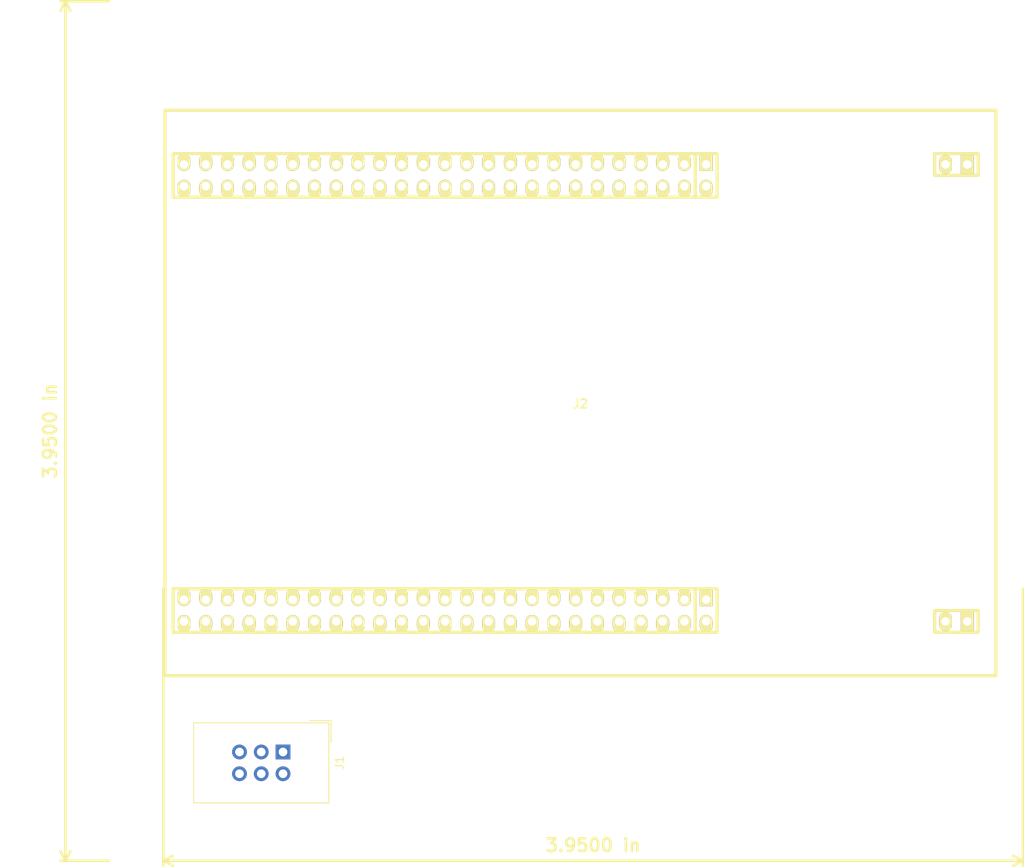
<source format=kicad_pcb>
(kicad_pcb (version 20171130) (host pcbnew 5.0.1)

  (general
    (thickness 1.6)
    (drawings 2)
    (tracks 0)
    (zones 0)
    (modules 2)
    (nets 5)
  )

  (page A4)
  (layers
    (0 F.Cu signal)
    (31 B.Cu signal)
    (32 B.Adhes user)
    (33 F.Adhes user)
    (34 B.Paste user)
    (35 F.Paste user)
    (36 B.SilkS user)
    (37 F.SilkS user)
    (38 B.Mask user)
    (39 F.Mask user)
    (40 Dwgs.User user)
    (41 Cmts.User user)
    (42 Eco1.User user)
    (43 Eco2.User user)
    (44 Edge.Cuts user)
    (45 Margin user)
    (46 B.CrtYd user)
    (47 F.CrtYd user)
    (48 B.Fab user)
    (49 F.Fab user)
  )

  (setup
    (last_trace_width 0.25)
    (trace_clearance 0.2)
    (zone_clearance 0.508)
    (zone_45_only no)
    (trace_min 0.2)
    (segment_width 0.2)
    (edge_width 0.15)
    (via_size 0.8)
    (via_drill 0.4)
    (via_min_size 0.4)
    (via_min_drill 0.3)
    (uvia_size 0.3)
    (uvia_drill 0.1)
    (uvias_allowed no)
    (uvia_min_size 0.2)
    (uvia_min_drill 0.1)
    (pcb_text_width 0.3)
    (pcb_text_size 1.5 1.5)
    (mod_edge_width 0.15)
    (mod_text_size 1 1)
    (mod_text_width 0.15)
    (pad_size 1.524 1.524)
    (pad_drill 0.762)
    (pad_to_mask_clearance 0.051)
    (solder_mask_min_width 0.25)
    (aux_axis_origin 0 0)
    (visible_elements FFFFFF7F)
    (pcbplotparams
      (layerselection 0x010fc_ffffffff)
      (usegerberextensions false)
      (usegerberattributes false)
      (usegerberadvancedattributes false)
      (creategerberjobfile false)
      (excludeedgelayer true)
      (linewidth 0.100000)
      (plotframeref false)
      (viasonmask false)
      (mode 1)
      (useauxorigin false)
      (hpglpennumber 1)
      (hpglpenspeed 20)
      (hpglpendiameter 15.000000)
      (psnegative false)
      (psa4output false)
      (plotreference true)
      (plotvalue true)
      (plotinvisibletext false)
      (padsonsilk false)
      (subtractmaskfromsilk false)
      (outputformat 1)
      (mirror false)
      (drillshape 1)
      (scaleselection 1)
      (outputdirectory ""))
  )

  (net 0 "")
  (net 1 "Net-(J2-Pad51)")
  (net 2 "Net-(J2-Pad52)")
  (net 3 "Net-(J2-Pad50)")
  (net 4 "Net-(J2-Pad49)")

  (net_class Default "This is the default net class."
    (clearance 0.2)
    (trace_width 0.25)
    (via_dia 0.8)
    (via_drill 0.4)
    (uvia_dia 0.3)
    (uvia_drill 0.1)
    (add_net "Net-(J2-Pad49)")
    (add_net "Net-(J2-Pad50)")
    (add_net "Net-(J2-Pad51)")
    (add_net "Net-(J2-Pad52)")
  )

  (module Connector_IDC:IDC-Header_2x03_P2.54mm_Vertical (layer F.Cu) (tedit 59DE0819) (tstamp 5C589A62)
    (at 59.69 120.65 270)
    (descr "Through hole straight IDC box header, 2x03, 2.54mm pitch, double rows")
    (tags "Through hole IDC box header THT 2x03 2.54mm double row")
    (path /5A4D2E55)
    (fp_text reference J1 (at 1.27 -6.604 270) (layer F.SilkS)
      (effects (font (size 1 1) (thickness 0.15)))
    )
    (fp_text value nes_gamepad_02x03 (at 1.27 11.684 270) (layer F.Fab)
      (effects (font (size 1 1) (thickness 0.15)))
    )
    (fp_text user %R (at 1.27 2.54 270) (layer F.Fab)
      (effects (font (size 1 1) (thickness 0.15)))
    )
    (fp_line (start 5.695 -5.1) (end 5.695 10.18) (layer F.Fab) (width 0.1))
    (fp_line (start 5.145 -4.56) (end 5.145 9.62) (layer F.Fab) (width 0.1))
    (fp_line (start -3.155 -5.1) (end -3.155 10.18) (layer F.Fab) (width 0.1))
    (fp_line (start -2.605 -4.56) (end -2.605 0.29) (layer F.Fab) (width 0.1))
    (fp_line (start -2.605 4.79) (end -2.605 9.62) (layer F.Fab) (width 0.1))
    (fp_line (start -2.605 0.29) (end -3.155 0.29) (layer F.Fab) (width 0.1))
    (fp_line (start -2.605 4.79) (end -3.155 4.79) (layer F.Fab) (width 0.1))
    (fp_line (start 5.695 -5.1) (end -3.155 -5.1) (layer F.Fab) (width 0.1))
    (fp_line (start 5.145 -4.56) (end -2.605 -4.56) (layer F.Fab) (width 0.1))
    (fp_line (start 5.695 10.18) (end -3.155 10.18) (layer F.Fab) (width 0.1))
    (fp_line (start 5.145 9.62) (end -2.605 9.62) (layer F.Fab) (width 0.1))
    (fp_line (start 5.695 -5.1) (end 5.145 -4.56) (layer F.Fab) (width 0.1))
    (fp_line (start 5.695 10.18) (end 5.145 9.62) (layer F.Fab) (width 0.1))
    (fp_line (start -3.155 -5.1) (end -2.605 -4.56) (layer F.Fab) (width 0.1))
    (fp_line (start -3.155 10.18) (end -2.605 9.62) (layer F.Fab) (width 0.1))
    (fp_line (start 5.95 -5.35) (end 5.95 10.43) (layer F.CrtYd) (width 0.05))
    (fp_line (start 5.95 10.43) (end -3.41 10.43) (layer F.CrtYd) (width 0.05))
    (fp_line (start -3.41 10.43) (end -3.41 -5.35) (layer F.CrtYd) (width 0.05))
    (fp_line (start -3.41 -5.35) (end 5.95 -5.35) (layer F.CrtYd) (width 0.05))
    (fp_line (start 5.945 -5.35) (end 5.945 10.43) (layer F.SilkS) (width 0.12))
    (fp_line (start 5.945 10.43) (end -3.405 10.43) (layer F.SilkS) (width 0.12))
    (fp_line (start -3.405 10.43) (end -3.405 -5.35) (layer F.SilkS) (width 0.12))
    (fp_line (start -3.405 -5.35) (end 5.945 -5.35) (layer F.SilkS) (width 0.12))
    (fp_line (start -3.655 -5.6) (end -3.655 -3.06) (layer F.SilkS) (width 0.12))
    (fp_line (start -3.655 -5.6) (end -1.115 -5.6) (layer F.SilkS) (width 0.12))
    (pad 1 thru_hole rect (at 0 0 270) (size 1.7272 1.7272) (drill 1.016) (layers *.Cu *.Mask))
    (pad 2 thru_hole oval (at 2.54 0 270) (size 1.7272 1.7272) (drill 1.016) (layers *.Cu *.Mask))
    (pad 3 thru_hole oval (at 0 2.54 270) (size 1.7272 1.7272) (drill 1.016) (layers *.Cu *.Mask))
    (pad 4 thru_hole oval (at 2.54 2.54 270) (size 1.7272 1.7272) (drill 1.016) (layers *.Cu *.Mask))
    (pad 5 thru_hole oval (at 0 5.08 270) (size 1.7272 1.7272) (drill 1.016) (layers *.Cu *.Mask))
    (pad 6 thru_hole oval (at 2.54 5.08 270) (size 1.7272 1.7272) (drill 1.016) (layers *.Cu *.Mask))
    (model ${KISYS3DMOD}/Connector_IDC.3dshapes/IDC-Header_2x03_P2.54mm_Vertical.wrl
      (at (xyz 0 0 0))
      (scale (xyz 1 1 1))
      (rotate (xyz 0 0 0))
    )
  )

  (module w_conn_misc:stm32f4_discovery_header (layer F.Cu) (tedit 0) (tstamp 5C589AE4)
    (at 94.410501 78.74)
    (descr "STM32 F4 Discovery Header")
    (tags "STM32F4 Discovery")
    (path /5C40F60D)
    (fp_text reference J2 (at 0 1.27) (layer F.SilkS)
      (effects (font (size 1.016 1.016) (thickness 0.2032)))
    )
    (fp_text value STM32F4_Discovery_Header (at 0 -1.27) (layer F.SilkS) hide
      (effects (font (size 1.016 0.889) (thickness 0.2032)))
    )
    (fp_line (start 46.43 25.4) (end 41.35 25.4) (layer F.SilkS) (width 0.381))
    (fp_line (start 46.43 27.94) (end 46.43 25.4) (layer F.SilkS) (width 0.381))
    (fp_line (start 41.35 27.94) (end 46.43 27.94) (layer F.SilkS) (width 0.381))
    (fp_line (start 41.35 25.4) (end 41.35 27.94) (layer F.SilkS) (width 0.381))
    (fp_line (start 41.35 -27.94) (end 41.35 -25.4) (layer F.SilkS) (width 0.381))
    (fp_line (start 41.35 -25.4) (end 46.43 -25.4) (layer F.SilkS) (width 0.381))
    (fp_line (start 46.43 -25.4) (end 46.43 -27.94) (layer F.SilkS) (width 0.381))
    (fp_line (start 46.43 -27.94) (end 41.35 -27.94) (layer F.SilkS) (width 0.381))
    (fp_line (start -47.55 22.86) (end 15.95 22.86) (layer F.SilkS) (width 0.381))
    (fp_line (start 15.95 22.86) (end 15.95 27.94) (layer F.SilkS) (width 0.381))
    (fp_line (start -47.55 22.86) (end -47.55 27.94) (layer F.SilkS) (width 0.381))
    (fp_line (start -47.55 27.94) (end 15.95 27.94) (layer F.SilkS) (width 0.381))
    (fp_line (start 13.3985 22.86) (end 13.3985 27.94) (layer F.SilkS) (width 0.381))
    (fp_line (start 13.3985 -27.94) (end 13.3985 -22.86) (layer F.SilkS) (width 0.381))
    (fp_line (start -47.55 -22.86) (end 15.95 -22.86) (layer F.SilkS) (width 0.381))
    (fp_line (start 48.5 -33) (end -48.5 -33) (layer F.SilkS) (width 0.381))
    (fp_line (start -48.5 33) (end 48.5 33) (layer F.SilkS) (width 0.381))
    (fp_line (start 48.5 33) (end 48.5 -33) (layer F.SilkS) (width 0.381))
    (fp_line (start -48.5 33) (end -48.5 -33) (layer F.SilkS) (width 0.381))
    (fp_line (start -47.55 -27.94) (end -47.55 -22.86) (layer F.SilkS) (width 0.381))
    (fp_line (start 15.95 -27.94) (end 15.95 -22.86) (layer F.SilkS) (width 0.381))
    (fp_line (start -47.55 -27.94) (end 15.95 -27.94) (layer F.SilkS) (width 0.381))
    (pad 51 thru_hole rect (at 45.16 26.67) (size 1.5 2.2) (drill 1.00076) (layers *.Cu *.Mask F.SilkS)
      (net 1 "Net-(J2-Pad51)"))
    (pad 52 thru_hole oval (at 42.62 26.67) (size 1.5 2.2) (drill 1.00076) (layers *.Cu *.Mask F.SilkS)
      (net 2 "Net-(J2-Pad52)"))
    (pad 51 thru_hole oval (at -46.28 24.13) (size 1.5 2) (drill 0.99822 (offset 0 -0.25)) (layers *.Cu *.Mask F.SilkS)
      (net 1 "Net-(J2-Pad51)"))
    (pad 53 thru_hole oval (at -43.74 24.13) (size 1.5 2) (drill 0.99822 (offset 0 -0.25)) (layers *.Cu *.Mask F.SilkS))
    (pad 55 thru_hole oval (at -41.2 24.13) (size 1.5 2) (drill 0.99822 (offset 0 -0.25)) (layers *.Cu *.Mask F.SilkS))
    (pad 57 thru_hole oval (at -38.66 24.13) (size 1.5 2) (drill 0.99822 (offset 0 -0.25)) (layers *.Cu *.Mask F.SilkS))
    (pad 59 thru_hole oval (at -36.12 24.13) (size 1.5 2) (drill 0.99822 (offset 0 -0.25)) (layers *.Cu *.Mask F.SilkS))
    (pad 61 thru_hole oval (at -33.58 24.13) (size 1.5 2) (drill 0.99822 (offset 0 -0.25)) (layers *.Cu *.Mask F.SilkS))
    (pad 63 thru_hole oval (at -31.04 24.13) (size 1.5 2) (drill 0.99822 (offset 0 -0.25)) (layers *.Cu *.Mask F.SilkS))
    (pad 65 thru_hole oval (at -28.5 24.13) (size 1.5 2) (drill 0.99822 (offset 0 -0.25)) (layers *.Cu *.Mask F.SilkS))
    (pad 67 thru_hole oval (at -25.96 24.13) (size 1.5 2) (drill 0.99822 (offset 0 -0.25)) (layers *.Cu *.Mask F.SilkS))
    (pad 69 thru_hole oval (at -23.42 24.13) (size 1.5 2) (drill 0.99822 (offset 0 -0.25)) (layers *.Cu *.Mask F.SilkS))
    (pad 71 thru_hole oval (at -20.88 24.13) (size 1.5 2) (drill 0.99822 (offset 0 -0.25)) (layers *.Cu *.Mask F.SilkS))
    (pad 73 thru_hole oval (at -18.34 24.13) (size 1.5 2) (drill 0.99822 (offset 0 -0.25)) (layers *.Cu *.Mask F.SilkS))
    (pad 75 thru_hole oval (at -15.8 24.13) (size 1.5 2) (drill 0.99822 (offset 0 -0.25)) (layers *.Cu *.Mask F.SilkS))
    (pad 77 thru_hole oval (at -13.26 24.13) (size 1.5 2) (drill 0.99822 (offset 0 -0.25)) (layers *.Cu *.Mask F.SilkS))
    (pad 79 thru_hole oval (at -10.72 24.13) (size 1.5 2) (drill 0.99822 (offset 0 -0.25)) (layers *.Cu *.Mask F.SilkS))
    (pad 81 thru_hole oval (at -8.18 24.13) (size 1.5 2) (drill 0.99822 (offset 0 -0.25)) (layers *.Cu *.Mask F.SilkS))
    (pad 83 thru_hole oval (at -5.64 24.13) (size 1.5 2) (drill 0.99822 (offset 0 -0.25)) (layers *.Cu *.Mask F.SilkS))
    (pad 85 thru_hole oval (at -3.1 24.13) (size 1.5 2) (drill 0.99822 (offset 0 -0.25)) (layers *.Cu *.Mask F.SilkS))
    (pad 87 thru_hole oval (at -0.56 24.13) (size 1.5 2) (drill 0.99822 (offset 0 -0.25)) (layers *.Cu *.Mask F.SilkS))
    (pad 89 thru_hole oval (at 1.98 24.13) (size 1.5 2) (drill 0.99822 (offset 0 -0.25)) (layers *.Cu *.Mask F.SilkS))
    (pad 91 thru_hole oval (at 4.52 24.13) (size 1.5 2) (drill 0.99822 (offset 0 -0.25)) (layers *.Cu *.Mask F.SilkS))
    (pad 93 thru_hole oval (at 7.06 24.13) (size 1.5 2) (drill 0.99822 (offset 0 -0.25)) (layers *.Cu *.Mask F.SilkS))
    (pad 95 thru_hole oval (at 9.6 24.13) (size 1.5 2) (drill 0.99822 (offset 0 -0.25)) (layers *.Cu *.Mask F.SilkS))
    (pad 97 thru_hole oval (at 12.14 24.13) (size 1.5 2) (drill 0.99822 (offset 0 -0.25)) (layers *.Cu *.Mask F.SilkS))
    (pad 99 thru_hole rect (at 14.68 24.13) (size 1.5 2) (drill 1.00076 (offset 0 -0.25)) (layers *.Cu *.Mask F.SilkS))
    (pad 100 thru_hole oval (at 14.68 26.67) (size 1.5 2) (drill 1.00076 (offset 0 0.25)) (layers *.Cu *.Mask F.SilkS))
    (pad 98 thru_hole oval (at 12.14 26.67) (size 1.5 2) (drill 1.00076 (offset 0 0.25)) (layers *.Cu *.Mask F.SilkS))
    (pad 96 thru_hole oval (at 9.6 26.67) (size 1.5 2) (drill 1.00076 (offset 0 0.25)) (layers *.Cu *.Mask F.SilkS))
    (pad 94 thru_hole oval (at 7.06 26.67) (size 1.5 2) (drill 1.00076 (offset 0 0.25)) (layers *.Cu *.Mask F.SilkS))
    (pad 92 thru_hole oval (at 4.52 26.67) (size 1.5 2) (drill 1.00076 (offset 0 0.25)) (layers *.Cu *.Mask F.SilkS))
    (pad 90 thru_hole oval (at 1.98 26.67) (size 1.5 2) (drill 1.00076 (offset 0 0.25)) (layers *.Cu *.Mask F.SilkS))
    (pad 88 thru_hole oval (at -0.56 26.67) (size 1.5 2) (drill 1.00076 (offset 0 0.25)) (layers *.Cu *.Mask F.SilkS))
    (pad 86 thru_hole oval (at -3.1 26.67) (size 1.5 2) (drill 1.00076 (offset 0 0.25)) (layers *.Cu *.Mask F.SilkS))
    (pad 84 thru_hole oval (at -5.64 26.67) (size 1.5 2) (drill 1.00076 (offset 0 0.25)) (layers *.Cu *.Mask F.SilkS))
    (pad 82 thru_hole oval (at -8.18 26.67) (size 1.5 2) (drill 1.00076 (offset 0 0.25)) (layers *.Cu *.Mask F.SilkS))
    (pad 80 thru_hole oval (at -10.72 26.67) (size 1.5 2) (drill 1.00076 (offset 0 0.25)) (layers *.Cu *.Mask F.SilkS))
    (pad 78 thru_hole oval (at -13.26 26.67) (size 1.5 2) (drill 1.00076 (offset 0 0.25)) (layers *.Cu *.Mask F.SilkS))
    (pad 76 thru_hole oval (at -15.8 26.67) (size 1.5 2) (drill 1.00076 (offset 0 0.25)) (layers *.Cu *.Mask F.SilkS))
    (pad 74 thru_hole oval (at -18.34 26.67) (size 1.5 2) (drill 1.00076 (offset 0 0.25)) (layers *.Cu *.Mask F.SilkS))
    (pad 72 thru_hole oval (at -20.88 26.67) (size 1.5 2) (drill 1.00076 (offset 0 0.25)) (layers *.Cu *.Mask F.SilkS))
    (pad 70 thru_hole oval (at -23.42 26.67) (size 1.5 2) (drill 1.00076 (offset 0 0.25)) (layers *.Cu *.Mask F.SilkS))
    (pad 68 thru_hole oval (at -25.96 26.67) (size 1.5 2) (drill 1.00076 (offset 0 0.25)) (layers *.Cu *.Mask F.SilkS))
    (pad 66 thru_hole oval (at -28.5 26.67) (size 1.5 2) (drill 1.00076 (offset 0 0.25)) (layers *.Cu *.Mask F.SilkS))
    (pad 64 thru_hole oval (at -31.04 26.67) (size 1.5 2) (drill 1.00076 (offset 0 0.25)) (layers *.Cu *.Mask F.SilkS))
    (pad 62 thru_hole oval (at -33.58 26.67) (size 1.5 2) (drill 1.00076 (offset 0 0.25)) (layers *.Cu *.Mask F.SilkS))
    (pad 60 thru_hole oval (at -36.12 26.67) (size 1.5 2) (drill 1.00076 (offset 0 0.25)) (layers *.Cu *.Mask F.SilkS))
    (pad 58 thru_hole oval (at -38.66 26.67) (size 1.5 2) (drill 1.00076 (offset 0 0.25)) (layers *.Cu *.Mask F.SilkS))
    (pad 56 thru_hole oval (at -41.2 26.67) (size 1.5 2) (drill 1.00076 (offset 0 0.25)) (layers *.Cu *.Mask F.SilkS))
    (pad 54 thru_hole oval (at -43.74 26.67) (size 1.5 2) (drill 1.00076 (offset 0 0.25)) (layers *.Cu *.Mask F.SilkS))
    (pad 52 thru_hole oval (at -46.28 26.67) (size 1.5 2) (drill 1.00076 (offset 0 0.25)) (layers *.Cu *.Mask F.SilkS)
      (net 2 "Net-(J2-Pad52)"))
    (pad 50 thru_hole oval (at -46.28 -24.13) (size 1.5 2) (drill 1.00076 (offset 0 0.25)) (layers *.Cu *.Mask F.SilkS)
      (net 3 "Net-(J2-Pad50)"))
    (pad 48 thru_hole oval (at -43.74 -24.13) (size 1.5 2) (drill 1.00076 (offset 0 0.25)) (layers *.Cu *.Mask F.SilkS))
    (pad 46 thru_hole oval (at -41.2 -24.13) (size 1.5 2) (drill 1.00076 (offset 0 0.25)) (layers *.Cu *.Mask F.SilkS))
    (pad 44 thru_hole oval (at -38.66 -24.13) (size 1.5 2) (drill 1.00076 (offset 0 0.25)) (layers *.Cu *.Mask F.SilkS))
    (pad 42 thru_hole oval (at -36.12 -24.13) (size 1.5 2) (drill 1.00076 (offset 0 0.25)) (layers *.Cu *.Mask F.SilkS))
    (pad 40 thru_hole oval (at -33.58 -24.13) (size 1.5 2) (drill 1.00076 (offset 0 0.25)) (layers *.Cu *.Mask F.SilkS))
    (pad 38 thru_hole oval (at -31.04 -24.13) (size 1.5 2) (drill 1.00076 (offset 0 0.25)) (layers *.Cu *.Mask F.SilkS))
    (pad 36 thru_hole oval (at -28.5 -24.13) (size 1.5 2) (drill 1.00076 (offset 0 0.25)) (layers *.Cu *.Mask F.SilkS))
    (pad 34 thru_hole oval (at -25.96 -24.13) (size 1.5 2) (drill 1.00076 (offset 0 0.25)) (layers *.Cu *.Mask F.SilkS))
    (pad 32 thru_hole oval (at -23.42 -24.13) (size 1.5 2) (drill 1.00076 (offset 0 0.25)) (layers *.Cu *.Mask F.SilkS))
    (pad 30 thru_hole oval (at -20.88 -24.13) (size 1.5 2) (drill 1.00076 (offset 0 0.25)) (layers *.Cu *.Mask F.SilkS))
    (pad 28 thru_hole oval (at -18.34 -24.13) (size 1.5 2) (drill 1.00076 (offset 0 0.25)) (layers *.Cu *.Mask F.SilkS))
    (pad 26 thru_hole oval (at -15.8 -24.13) (size 1.5 2) (drill 1.00076 (offset 0 0.25)) (layers *.Cu *.Mask F.SilkS))
    (pad 24 thru_hole oval (at -13.26 -24.13) (size 1.5 2) (drill 1.00076 (offset 0 0.25)) (layers *.Cu *.Mask F.SilkS))
    (pad 22 thru_hole oval (at -10.72 -24.13) (size 1.5 2) (drill 1.00076 (offset 0 0.25)) (layers *.Cu *.Mask F.SilkS))
    (pad 20 thru_hole oval (at -8.18 -24.13) (size 1.5 2) (drill 1.00076 (offset 0 0.25)) (layers *.Cu *.Mask F.SilkS))
    (pad 18 thru_hole oval (at -5.64 -24.13) (size 1.5 2) (drill 1.00076 (offset 0 0.25)) (layers *.Cu *.Mask F.SilkS))
    (pad 16 thru_hole oval (at -3.1 -24.13) (size 1.5 2) (drill 1.00076 (offset 0 0.25)) (layers *.Cu *.Mask F.SilkS))
    (pad 14 thru_hole oval (at -0.56 -24.13) (size 1.5 2) (drill 1.00076 (offset 0 0.25)) (layers *.Cu *.Mask F.SilkS))
    (pad 12 thru_hole oval (at 1.98 -24.13) (size 1.5 2) (drill 1.00076 (offset 0 0.25)) (layers *.Cu *.Mask F.SilkS))
    (pad 10 thru_hole oval (at 4.52 -24.13) (size 1.5 2) (drill 1.00076 (offset 0 0.25)) (layers *.Cu *.Mask F.SilkS))
    (pad 8 thru_hole oval (at 7.06 -24.13) (size 1.5 2) (drill 1.00076 (offset 0 0.25)) (layers *.Cu *.Mask F.SilkS))
    (pad 6 thru_hole oval (at 9.6 -24.13) (size 1.5 2) (drill 1.00076 (offset 0 0.25)) (layers *.Cu *.Mask F.SilkS))
    (pad 4 thru_hole oval (at 12.14 -24.13) (size 1.5 2) (drill 1.00076 (offset 0 0.25)) (layers *.Cu *.Mask F.SilkS))
    (pad 2 thru_hole oval (at 14.68 -24.13) (size 1.5 2) (drill 1.00076 (offset 0 0.25)) (layers *.Cu *.Mask F.SilkS))
    (pad 1 thru_hole rect (at 14.68 -26.67) (size 1.5 2) (drill 1.00076 (offset 0 -0.25)) (layers *.Cu *.Mask F.SilkS))
    (pad 3 thru_hole oval (at 12.14 -26.67) (size 1.5 2) (drill 0.99822 (offset 0 -0.25)) (layers *.Cu *.Mask F.SilkS))
    (pad 5 thru_hole oval (at 9.6 -26.67) (size 1.5 2) (drill 0.99822 (offset 0 -0.25)) (layers *.Cu *.Mask F.SilkS))
    (pad 7 thru_hole oval (at 7.06 -26.67) (size 1.5 2) (drill 0.99822 (offset 0 -0.25)) (layers *.Cu *.Mask F.SilkS))
    (pad 9 thru_hole oval (at 4.52 -26.67) (size 1.5 2) (drill 0.99822 (offset 0 -0.25)) (layers *.Cu *.Mask F.SilkS))
    (pad 11 thru_hole oval (at 1.98 -26.67) (size 1.5 2) (drill 0.99822 (offset 0 -0.25)) (layers *.Cu *.Mask F.SilkS))
    (pad 13 thru_hole oval (at -0.56 -26.67) (size 1.5 2) (drill 0.99822 (offset 0 -0.25)) (layers *.Cu *.Mask F.SilkS))
    (pad 15 thru_hole oval (at -3.1 -26.67) (size 1.5 2) (drill 0.99822 (offset 0 -0.25)) (layers *.Cu *.Mask F.SilkS))
    (pad 17 thru_hole oval (at -5.64 -26.67) (size 1.5 2) (drill 0.99822 (offset 0 -0.25)) (layers *.Cu *.Mask F.SilkS))
    (pad 19 thru_hole oval (at -8.18 -26.67) (size 1.5 2) (drill 0.99822 (offset 0 -0.25)) (layers *.Cu *.Mask F.SilkS))
    (pad 21 thru_hole oval (at -10.72 -26.67) (size 1.5 2) (drill 0.99822 (offset 0 -0.25)) (layers *.Cu *.Mask F.SilkS))
    (pad 23 thru_hole oval (at -13.26 -26.67) (size 1.5 2) (drill 0.99822 (offset 0 -0.25)) (layers *.Cu *.Mask F.SilkS))
    (pad 25 thru_hole oval (at -15.8 -26.67) (size 1.5 2) (drill 0.99822 (offset 0 -0.25)) (layers *.Cu *.Mask F.SilkS))
    (pad 27 thru_hole oval (at -18.34 -26.67) (size 1.5 2) (drill 0.99822 (offset 0 -0.25)) (layers *.Cu *.Mask F.SilkS))
    (pad 29 thru_hole oval (at -20.88 -26.67) (size 1.5 2) (drill 0.99822 (offset 0 -0.25)) (layers *.Cu *.Mask F.SilkS))
    (pad 31 thru_hole oval (at -23.42 -26.67) (size 1.5 2) (drill 0.99822 (offset 0 -0.25)) (layers *.Cu *.Mask F.SilkS))
    (pad 33 thru_hole oval (at -25.96 -26.67) (size 1.5 2) (drill 0.99822 (offset 0 -0.25)) (layers *.Cu *.Mask F.SilkS))
    (pad 35 thru_hole oval (at -28.5 -26.67) (size 1.5 2) (drill 0.99822 (offset 0 -0.25)) (layers *.Cu *.Mask F.SilkS))
    (pad 37 thru_hole oval (at -31.04 -26.67) (size 1.5 2) (drill 0.99822 (offset 0 -0.25)) (layers *.Cu *.Mask F.SilkS))
    (pad 39 thru_hole oval (at -33.58 -26.67) (size 1.5 2) (drill 0.99822 (offset 0 -0.25)) (layers *.Cu *.Mask F.SilkS))
    (pad 41 thru_hole oval (at -36.12 -26.67) (size 1.5 2) (drill 0.99822 (offset 0 -0.25)) (layers *.Cu *.Mask F.SilkS))
    (pad 43 thru_hole oval (at -38.66 -26.67) (size 1.5 2) (drill 0.99822 (offset 0 -0.25)) (layers *.Cu *.Mask F.SilkS))
    (pad 45 thru_hole oval (at -41.2 -26.67) (size 1.5 2) (drill 0.99822 (offset 0 -0.25)) (layers *.Cu *.Mask F.SilkS))
    (pad 47 thru_hole oval (at -43.74 -26.67) (size 1.5 2) (drill 0.99822 (offset 0 -0.25)) (layers *.Cu *.Mask F.SilkS))
    (pad 49 thru_hole oval (at -46.28 -26.67) (size 1.5 2) (drill 0.99822 (offset 0 -0.25)) (layers *.Cu *.Mask F.SilkS)
      (net 4 "Net-(J2-Pad49)"))
    (pad 50 thru_hole oval (at 42.62 -26.67) (size 1.5 2.2) (drill 1.00076) (layers *.Cu *.Mask F.SilkS)
      (net 3 "Net-(J2-Pad50)"))
    (pad 49 thru_hole rect (at 45.16 -26.67) (size 1.5 2.2) (drill 1.00076) (layers *.Cu *.Mask F.SilkS)
      (net 4 "Net-(J2-Pad49)"))
    (model walter/conn_misc/stm32f4_discovery_header.wrl
      (at (xyz 0 0 0))
      (scale (xyz 1 1 1))
      (rotate (xyz 0 0 0))
    )
  )

  (dimension 100.33 (width 0.3) (layer F.SilkS)
    (gr_text "100.330 mm" (at 95.885 135.45) (layer F.SilkS)
      (effects (font (size 1.5 1.5) (thickness 0.3)))
    )
    (feature1 (pts (xy 146.05 101.6) (xy 146.05 133.936421)))
    (feature2 (pts (xy 45.72 101.6) (xy 45.72 133.936421)))
    (crossbar (pts (xy 45.72 133.35) (xy 146.05 133.35)))
    (arrow1a (pts (xy 146.05 133.35) (xy 144.923496 133.936421)))
    (arrow1b (pts (xy 146.05 133.35) (xy 144.923496 132.763579)))
    (arrow2a (pts (xy 45.72 133.35) (xy 46.846504 133.936421)))
    (arrow2b (pts (xy 45.72 133.35) (xy 46.846504 132.763579)))
  )
  (dimension 100.33 (width 0.3) (layer F.SilkS)
    (gr_text "100.330 mm" (at 32.190001 83.185 270) (layer F.SilkS)
      (effects (font (size 1.5 1.5) (thickness 0.3)))
    )
    (feature1 (pts (xy 39.37 133.35) (xy 33.70358 133.35)))
    (feature2 (pts (xy 39.37 33.02) (xy 33.70358 33.02)))
    (crossbar (pts (xy 34.290001 33.02) (xy 34.290001 133.35)))
    (arrow1a (pts (xy 34.290001 133.35) (xy 33.70358 132.223496)))
    (arrow1b (pts (xy 34.290001 133.35) (xy 34.876422 132.223496)))
    (arrow2a (pts (xy 34.290001 33.02) (xy 33.70358 34.146504)))
    (arrow2b (pts (xy 34.290001 33.02) (xy 34.876422 34.146504)))
  )

)

</source>
